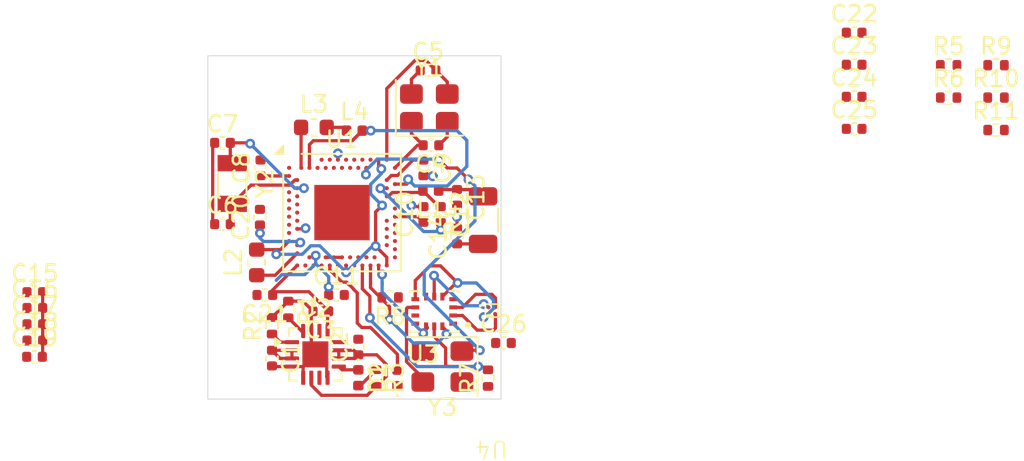
<source format=kicad_pcb>
(kicad_pcb (version 20241229) (generator "pcbnew") (generator_version "9.0")
  (layers (0 "F.Cu" signal) (2 "B.Cu" signal) (13 "F.Paste" user) (15 "B.Paste" user) (5 "F.SilkS" user "F.Silkscreen") (7 "B.SilkS" user "B.Silkscreen") (1 "F.Mask" user) (3 "B.Mask" user) (25 "Edge.Cuts" user))
  (net 0 "")
  (net 1 "VBAT")
  (net 2 "GND")
  (net 3 "VDDH")
  (net 4 "VBUS")
  (net 5 "Net-(U1-XC1)")
  (net 6 "Net-(U1-XC2)")
  (net 7 "Net-(U1-XL1{slash}P0.00)")
  (net 8 "Net-(U1-XL2{slash}P0.01)")
  (net 9 "Net-(U1-DEC1)")
  (net 10 "Net-(U1-DEC3)")
  (net 11 "Net-(U1-DEC5)")
  (net 12 "Net-(U1-DECUSB)")
  (net 13 "VSS_PA")
  (net 14 "Net-(U1-ANT)")
  (net 15 "Net-(C13-Pad1)")
  (net 16 "ANTENNA")
  (net 17 "VDD_NRF")
  (net 18 "Net-(U1-DEC4)")
  (net 19 "3V3")
  (net 20 "Net-(D1-K)")
  (net 21 "Net-(D1-A)")
  (net 22 "Net-(D2-K)")
  (net 23 "Net-(D2-A)")
  (net 24 "Net-(U1-DCCH)")
  (net 25 "Net-(U1-DCC)")
  (net 26 "Net-(L3-Pad2)")
  (net 27 "Net-(U2-ISET)")
  (net 28 "Net-(U2-TS)")
  (net 29 "SCX")
  (net 30 "SDX")
  (net 31 "SCL")
  (net 32 "SDA")
  (net 33 "CS")
  (net 34 "SDO")
  (net 42 "CLKCTL")
  (net 48 "SWD")
  (net 55 "RESET")
  (net 57 "INT1")
  (net 68 "SWC")
  (net 73 "SW0")
  (net 83 "CLK")
  (footprint "Capacitor_SMD:C_0402_1005Metric" (layer "F.Cu") (at 109.3375 92.85 90)
    (property "Reference" "C10")
    (property "Value" "820p")
  )
  (footprint "Capacitor_SMD:C_0402_1005Metric" (layer "F.Cu") (at 85.46 101.6)
    (property "Reference" "C19")
    (property "Value" "1u")
  )
  (footprint "Capacitor_SMD:C_0402_1005Metric" (layer "F.Cu") (at 135.78 87.59)
    (property "Reference" "C25")
    (property "Value" "100n")
  )
  (footprint "Resistor_SMD:R_0402_1005Metric" (layer "F.Cu") (at 106.44 102.9 -90)
    (property "Reference" "R3")
    (property "Value" "10k")
  )
  (footprint "LED_SMD:LED_0402_1005Metric" (layer "F.Cu") (at 107.74 102.9 90)
    (property "Reference" "D2")
    (property "Value" "LED_BLUE")
  )
  (footprint "QMC6309:IC_QMC6309" (layer "F.Cu") (at 113.5375 98.7625 180)
    (property "Reference" "U4")
    (property "Value" "QMC6309")
  )
  (footprint "Inductor_SMD:L_0603_1608Metric" (layer "F.Cu") (at 99.1 95.8 90)
    (property "Reference" "L2")
    (property "Value" "10u")
  )
  (footprint "Inductor_SMD:L_0402_1005Metric" (layer "F.Cu") (at 105.1 87.7)
    (property "Reference" "L4")
    (property "Value" "15n")
  )
  (footprint "Resistor_SMD:R_0402_1005Metric" (layer "F.Cu") (at 113.3 102.91 90)
    (property "Reference" "R7")
    (property "Value" "4.7k")
  )
  (footprint "Resistor_SMD:R_0402_1005Metric" (layer "F.Cu") (at 141.58 83.68)
    (property "Reference" "R5")
    (property "Value" "10k")
  )
  (footprint "Crystal:Crystal_SMD_3215-2Pin_3.2x1.5mm" (layer "F.Cu") (at 97.6 90.95 -90)
    (property "Reference" "Y2")
    (property "Value" "32.768kHz")
  )
  (footprint "Capacitor_SMD:C_0402_1005Metric" (layer "F.Cu") (at 111.4 94.18 90)
    (property "Reference" "C14")
    (property "Value" "1.5p")
  )
  (footprint "Resistor_SMD:R_0402_1005Metric" (layer "F.Cu") (at 141.58 85.67)
    (property "Reference" "R6")
    (property "Value" "10k")
  )
  (footprint "Package_DFN_QFN:VQFN-16-1EP_3x3mm_P0.5mm_EP1.6x1.6mm" (layer "F.Cu") (at 102.7025 101.45)
    (property "Reference" "U2")
    (property "Value" "BQ24075RGT")
  )
  (footprint "Capacitor_SMD:C_0402_1005Metric" (layer "F.Cu") (at 103.04 98.8 180)
    (property "Reference" "C3")
    (property "Value" "1u")
  )
  (footprint "Capacitor_SMD:C_0402_1005Metric" (layer "F.Cu") (at 85.48 99.6)
    (property "Reference" "C17")
    (property "Value" "100n")
  )
  (footprint "Capacitor_SMD:C_0402_1005Metric" (layer "F.Cu") (at 114.25 100.75)
    (property "Reference" "C26")
    (property "Value" "2.2u")
  )
  (footprint "Capacitor_SMD:C_0402_1005Metric" (layer "F.Cu") (at 99.6 97.8 180)
    (property "Reference" "C21")
    (property "Value" "4.7u")
  )
  (footprint "Capacitor_SMD:C_0402_1005Metric" (layer "F.Cu") (at 135.78 83.65)
    (property "Reference" "C23")
    (property "Value" "1u")
  )
  (footprint "Resistor_SMD:R_0402_1005Metric" (layer "F.Cu") (at 101.04 98.69 -90)
    (property "Reference" "R1")
    (property "Value" "10k")
  )
  (footprint "Capacitor_SMD:C_0402_1005Metric" (layer "F.Cu") (at 100.04 101.68 -90)
    (property "Reference" "C1")
    (property "Value" "4.7u")
  )
  (footprint "Capacitor_SMD:C_0402_1005Metric" (layer "F.Cu") (at 85.48 98.6)
    (property "Reference" "C16")
    (property "Value" "100n")
  )
  (footprint "Capacitor_SMD:C_0402_1005Metric" (layer "F.Cu") (at 104 97.8)
    (property "Reference" "C11")
    (property "Value" "4.7u")
  )
  (footprint "Capacitor_SMD:C_0402_1005Metric" (layer "F.Cu") (at 109.62 84)
    (property "Reference" "C5")
    (property "Value" "12p")
  )
  (footprint "Capacitor_SMD:C_0402_1005Metric" (layer "F.Cu") (at 110.4 92.85 -90)
    (property "Reference" "C12")
    (property "Value" "1p")
  )
  (footprint "Capacitor_SMD:C_0402_1005Metric" (layer "F.Cu") (at 99.3375 89.9875 90)
    (property "Reference" "C8")
    (property "Value" "100n")
  )
  (footprint "Resistor_SMD:R_1206_3216Metric" (layer "F.Cu") (at 113 93.2 90)
    (property "Reference" "R4")
    (property "Value" "0")
  )
  (footprint "Resistor_SMD:R_0402_1005Metric" (layer "F.Cu") (at 144.49 85.67)
    (property "Reference" "R10")
    (property "Value" "4.7k")
  )
  (footprint "Inductor_SMD:L_0402_1005Metric" (layer "F.Cu") (at 109.7875 91.3875 180)
    (property "Reference" "L1")
    (property "Value" "3.9n")
  )
  (footprint "Resistor_SMD:R_0402_1005Metric" (layer "F.Cu") (at 100.04 99.69 90)
    (property "Reference" "R2")
    (property "Value" "10k")
  )
  (footprint "Capacitor_SMD:C_0402_1005Metric" (layer "F.Cu") (at 111.4 91.8 -90)
    (property "Reference" "C13")
    (property "Value" "1p")
  )
  (footprint "Capacitor_SMD:C_0402_1005Metric" (layer "F.Cu") (at 109.8 88.6 180)
    (property "Reference" "C4")
    (property "Value" "12p")
  )
  (footprint "Capacitor_SMD:C_0402_1005Metric" (layer "F.Cu") (at 97 88.45)
    (property "Reference" "C7")
    (property "Value" "12p")
  )
  (footprint "Capacitor_SMD:C_0402_1005Metric" (layer "F.Cu") (at 85.48 97.63)
    (property "Reference" "C15")
    (property "Value" "4.7u")
  )
  (footprint "Inductor_SMD:L_0603_1608Metric" (layer "F.Cu") (at 102.6125 87.5)
    (property "Reference" "L3")
    (property "Value" "10u")
  )
  (footprint "Crystal:Crystal_SMD_3225-4Pin_3.2x2.5mm" (layer "F.Cu") (at 109.7 86.3)
    (property "Reference" "Y1")
    (property "Value" "32MHz")
  )
  (footprint "Capacitor_SMD:C_0402_1005Metric" (layer "F.Cu") (at 135.78 85.62)
    (property "Reference" "C24")
    (property "Value" "100n")
  )
  (footprint "Capacitor_SMD:C_0402_1005Metric" (layer "F.Cu") (at 109.3375 89.9875 -90)
    (property "Reference" "C9")
    (property "Value" "100p")
  )
  (footprint "Resistor_SMD:R_0402_1005Metric" (layer "F.Cu") (at 144.49 87.66)
    (property "Reference" "R11")
    (property "Value" "1k")
  )
  (footprint "Package_DFN_QFN:Nordic_AQFN-73-1EP_7x7mm_P0.5mm" (layer "F.Cu") (at 104.3375 92.7375)
    (property "Reference" "U1")
    (property "Value" "nRF52840")
  )
  (footprint "Capacitor_SMD:C_0402_1005Metric" (layer "F.Cu") (at 105.34 101 90)
    (property "Reference" "C2")
    (property "Value" "4.7u")
  )
  (footprint "Resistor_SMD:R_0402_1005Metric" (layer "F.Cu") (at 144.49 83.68)
    (property "Reference" "R9")
    (property "Value" "4.7k")
  )
  (footprint "Capacitor_SMD:C_0402_1005Metric" (layer "F.Cu") (at 135.78 81.68)
    (property "Reference" "C22")
    (property "Value" "47n")
  )
  (footprint "Capacitor_SMD:C_0402_1005Metric" (layer "F.Cu") (at 85.48 100.6)
    (property "Reference" "C18")
    (property "Value" "100n")
  )
  (footprint "ICM-45686:IC_ICM-45686" (layer "F.Cu") (at 110 98.8125 180)
    (property "Reference" "U3")
    (property "Value" "ICM-45686")
  )
  (footprint "Resistor_SMD:R_0402_1005Metric" (layer "F.Cu") (at 107.29 97.95 180)
    (property "Reference" "R8")
    (property "Value" "4.7k")
  )
  (footprint "Capacitor_SMD:C_0402_1005Metric" (layer "F.Cu") (at 99.3 93.02 90)
    (property "Reference" "C20")
    (property "Value" "4.7u")
  )
  (footprint "LED_SMD:LED_0402_1005Metric" (layer "F.Cu") (at 105.34 102.885 -90)
    (property "Reference" "D1")
    (property "Value" "LED_ORANGE")
  )
  (footprint "Capacitor_SMD:C_0402_1005Metric" (layer "F.Cu") (at 97 93.45)
    (property "Reference" "C6")
    (property "Value" "12p")
  )
  (footprint "Oscillator:Oscillator_SMD_SeikoEpson_SG8002CE-4Pin_3.2x2.5mm" (layer "F.Cu") (at 110.5 102.2 180)
    (property "Reference" "Y3")
    (property "Value" "SG-8018CE")
  )
  (gr_rect (start 96.1 83.1) (end 114.1 104.2) (stroke (width 0.05)) (fill no) (layer "Edge.Cuts"))
  (segment (start 100.54 101.7) (end 100.04 101.2) (width 0.2) (layer "F.Cu") (net 1))
  (segment (start 101.265 101.7) (end 100.54 101.7) (width 0.2) (layer "F.Cu") (net 1))
  (segment (start 101.265 101.2) (end 101.265 101.7) (width 0.2) (layer "F.Cu") (net 1))
  (segment (start 101.265 101.2) (end 100.04 101.2) (width 0.2) (layer "F.Cu") (net 1))
  (segment (start 109.3375 90.4675) (end 110.1325 90.4675) (width 0.2) (layer "F.Cu") (net 2))
  (segment (start 108.6 84.54) (end 109.14 84) (width 0.2) (layer "F.Cu") (net 2))
  (segment (start 96.399 88.571) (end 96.399 93.329) (width 0.2) (layer "F.Cu") (net 2))
  (segment (start 101.9525 102.2) (end 102.7025 101.45) (width 0.2) (layer "F.Cu") (net 2))
  (segment (start 101.04 98.18) (end 100.04 99.18) (width 0.2) (layer "F.Cu") (net 2))
  (segment (start 111.4 93) (end 111.4 92.28) (width 0.2) (layer "F.Cu") (net 2))
  (segment (start 102.4525 100.0125) (end 102.4525 98.9075) (width 0.2) (layer "F.Cu") (net 2))
  (segment (start 96.52 88.45) (end 96.399 88.571) (width 0.2) (layer "F.Cu") (net 2))
  (segment (start 110 97.9) (end 110 96.625) (width 0.2) (layer "F.Cu") (net 2))
  (segment (start 110.8 88.08) (end 110.28 88.6) (width 0.2) (layer "F.Cu") (net 2))
  (segment (start 85.96 97.63) (end 85.96 101.58) (width 0.2) (layer "F.Cu") (net 2))
  (segment (start 110.8 87.15) (end 110.8 88.08) (width 0.2) (layer "F.Cu") (net 2))
  (segment (start 85.96 101.58) (end 85.94 101.6) (width 0.2) (layer "F.Cu") (net 2))
  (segment (start 110 96.625) (end 109.9875 96.6125) (width 0.2) (layer "F.Cu") (net 2))
  (segment (start 103.4015 102.8365) (end 103.4015 102.149) (width 0.2) (layer "F.Cu") (net 2))
  (segment (start 109.9875 96.6125) (end 109.9375 96.5625) (width 0.2) (layer "F.Cu") (net 2))
  (segment (start 103.4525 102.8875) (end 103.4015 102.8365) (width 0.2) (layer "F.Cu") (net 2))
  (segment (start 102.4525 98.9075) (end 102.56 98.8) (width 0.2) (layer "F.Cu") (net 2))
  (segment (start 101.265 102.2) (end 100.08 102.2) (width 0.2) (layer "F.Cu") (net 2))
  (segment (start 102.4525 101.2) (end 102.7025 101.45) (width 0.2) (layer "F.Cu") (net 2))
  (segment (start 101.04 98.18) (end 101.94 98.18) (width 0.2) (layer "F.Cu") (net 2))
  (segment (start 101.94 98.18) (end 102.56 98.8) (width 0.2) (layer "F.Cu") (net 2))
  (segment (start 111.4 93.7) (end 111.4 93) (width 0.2) (layer "F.Cu") (net 2))
  (segment (start 100.08 102.2) (end 100.04 102.16) (width 0.2) (layer "F.Cu") (net 2))
  (segment (start 101.9525 102.8875) (end 101.9525 102.2) (width 0.2) (layer "F.Cu") (net 2))
  (segment (start 109.3375 92.37) (end 108.77 92.37) (width 0.2) (layer "F.Cu") (net 2))
  (segment (start 103.4015 102.149) (end 102.7025 101.45) (width 0.2) (layer "F.Cu") (net 2))
  (segment (start 108.6 85.45) (end 108.6 84.54) (width 0.2) (layer "F.Cu") (net 2))
  (segment (start 101.265 102.2) (end 101.9525 102.2) (width 0.2) (layer "F.Cu") (net 2))
  (segment (start 96.399 93.329) (end 96.52 93.45) (width 0.2) (layer "F.Cu") (net 2))
  (segment (start 102.4525 100.0125) (end 102.4525 101.2) (width 0.2) (layer "F.Cu") (net 2))
  (via (at 109.9875 96.6125) (size 0.6) (drill 0.3) (layers "F.Cu" "B.Cu") (net 2))
  (via (at 113.0375 98.3625) (size 0.6) (drill 0.3) (layers "F.Cu" "B.Cu") (net 2))
  (via (at 108.591818 92.295682) (size 0.6) (drill 0.3) (layers "F.Cu" "B.Cu") (net 2))
  (via (at 109.9 90.5) (size 0.6) (drill 0.3) (layers "F.Cu" "B.Cu") (net 2))
  (via (at 109.9 90.5) (size 0.6) (drill 0.3) (layers "F.Cu" "B.Cu") (net 2))
  (via (at 111.4 93) (size 0.6) (drill 0.3) (layers "F.Cu" "B.Cu") (net 2))
  (segment (start 112.5375 98.4625) (end 113.2375 98.4625) (width 0.2) (layer "B.Cu") (net 2))
  (segment (start 111.8375 98.4625) (end 112.5375 98.4625) (width 0.2) (layer "B.Cu") (net 2))
  (segment (start 109.9875 96.6125) (end 111.8375 98.4625) (width 0.2) (layer "B.Cu") (net 2))
  (segment (start 104.14 101.7) (end 105.12 101.7) (width 0.2) (layer "F.Cu") (net 3))
  (segment (start 107.061 102.07066) (end 106.47034 101.48) (width 0.2) (layer "F.Cu") (net 3))
  (segment (start 101.776237 94.575234) (end 101.776237 94.548763) (width 0.2) (layer "F.Cu") (net 3))
  (segment (start 103.077702 103.966) (end 102.4525 103.340798) (width 0.2) (layer "F.Cu") (net 3))
  (segment (start 102.4525 103.340798) (end 102.4525 102.8875) (width 0.2) (layer "F.Cu") (net 3))
  (segment (start 101.749766 94.575234) (end 101.776237 94.575234) (width 0.2) (layer "F.Cu") (net 3))
  (segment (start 106.44 103.41) (end 105.884 103.966) (width 0.2) (layer "F.Cu") (net 3))
  (segment (start 104.14 101.2) (end 104.14 101.7) (width 0.2) (layer "F.Cu") (net 3))
  (segment (start 105.06 101.2) (end 105.34 101.48) (width 0.2) (layer "F.Cu") (net 3))
  (segment (start 105.12 101.7) (end 105.34 101.48) (width 0.2) (layer "F.Cu") (net 3))
  (segment (start 101.5875 94.7375) (end 101.749766 94.575234) (width 0.2) (layer "F.Cu") (net 3))
  (segment (start 107.061 102.789) (end 107.061 102.07066) (width 0.2) (layer "F.Cu") (net 3))
  (segment (start 105.884 103.966) (end 103.077702 103.966) (width 0.2) (layer "F.Cu") (net 3))
  (segment (start 106.47034 101.48) (end 105.34 101.48) (width 0.2) (layer "F.Cu") (net 3))
  (segment (start 106.44 103.41) (end 107.061 102.789) (width 0.2) (layer "F.Cu") (net 3))
  (segment (start 104.14 101.2) (end 105.06 101.2) (width 0.2) (layer "F.Cu") (net 3))
  (via (at 101.776237 94.575234) (size 0.6) (drill 0.3) (layers "F.Cu" "B.Cu") (net 3))
  (via (at 99.3 94) (size 0.6) (drill 0.3) (layers "F.Cu" "B.Cu") (net 3))
  (segment (start 101.713503 94.5125) (end 99.5125 94.5125) (width 0.2) (layer "B.Cu") (net 3))
  (segment (start 99.5125 94.5125) (end 99.3 94.3) (width 0.2) (layer "B.Cu") (net 3))
  (segment (start 99.3 94.3) (end 99.3 94) (width 0.2) (layer "B.Cu") (net 3))
  (segment (start 101.776237 94.575234) (end 101.713503 94.5125) (width 0.2) (layer "B.Cu") (net 3))
  (segment (start 100.08 97.8) (end 100.08 97.495) (width 0.2) (layer "F.Cu") (net 4))
  (segment (start 103.4525 98.8675) (end 103.52 98.8) (width 0.2) (layer "F.Cu") (net 4))
  (segment (start 102.3 97.6) (end 103.5 98.8) (width 0.2) (layer "F.Cu") (net 4))
  (segment (start 100.08 97.8) (end 100.28 97.6) (width 0.2) (layer "F.Cu") (net 4))
  (segment (start 100.08 97.495) (end 101.5875 95.9875) (width 0.2) (layer "F.Cu") (net 4))
  (segment (start 103.4525 100.0125) (end 103.4525 98.8675) (width 0.2) (layer "F.Cu") (net 4))
  (segment (start 100.28 97.6) (end 102.3 97.6) (width 0.2) (layer "F.Cu") (net 4))
  (segment (start 103.5 98.8) (end 103.52 98.8) (width 0.2) (layer "F.Cu") (net 4))
  (segment (start 108.975 88.6) (end 109.32 88.6) (width 0.2) (layer "F.Cu") (net 5))
  (segment (start 108.6 87.15) (end 108.6 87.88) (width 0.2) (layer "F.Cu") (net 5))
  (segment (start 107.5875 89.9875) (end 108.975 88.6) (width 0.2) (layer "F.Cu") (net 5))
  (segment (start 108.6 87.88) (end 109.32 88.6) (width 0.2) (layer "F.Cu") (net 5))
  (segment (start 108.81345 83.389) (end 107.0875 85.11495) (width 0.2) (layer "F.Cu") (net 6))
  (segment (start 110.8 85.45) (end 110.8 84.7) (width 0.2) (layer "F.Cu") (net 6))
  (segment (start 110.8 84.7) (end 110.1 84) (width 0.2) (layer "F.Cu") (net 6))
  (segment (start 110.1 84) (end 109.489 83.389) (width 0.2) (layer "F.Cu") (net 6))
  (segment (start 109.489 83.389) (end 108.81345 83.389) (width 0.2) (layer "F.Cu") (net 6))
  (segment (start 107.0875 85.11495) (end 107.0875 89.4875) (width 0.2) (layer "F.Cu") (net 6))
  (segment (start 101.439955 90.7375) (end 101.128955 91.0485) (width 0.2) (layer "F.Cu") (net 7))
  (segment (start 101.128955 91.0485) (end 98.7515 91.0485) (width 0.2) (layer "F.Cu") (net 7))
  (segment (start 97.48 93.45) (end 97.48 92.32) (width 0.2) (layer "F.Cu") (net 7))
  (segment (start 98.7515 91.0485) (end 97.6 92.2) (width 0.2) (layer "F.Cu") (net 7))
  (segment (start 101.5875 90.7375) (end 101.439955 90.7375) (width 0.2) (layer "F.Cu") (net 7))
  (segment (start 97.48 92.32) (end 97.6 92.2) (width 0.2) (layer "F.Cu") (net 7))
  (segment (start 101.5875 91.2375) (end 102 91.2375) (width 0.2) (layer "F.Cu") (net 8))
  (segment (start 102.0375 91.2375) (end 102.1 91.3) (width 0.2) (layer "F.Cu") (net 8))
  (segment (start 97.48 89.58) (end 97.6 89.7) (width 0.2) (layer "F.Cu") (net 8))
  (segment (start 102 91.2375) (end 102.0375 91.2375) (width 0.2) (layer "F.Cu") (net 8))
  (segment (start 97.48 88.45) (end 98.65 88.45) (width 0.2) (layer "F.Cu") (net 8))
  (segment (start 98.65 88.45) (end 98.7 88.5) (width 0.2) (layer "F.Cu") (net 8))
  (segment (start 97.48 88.45) (end 97.48 89.58) (width 0.2) (layer "F.Cu") (net 8))
  (via (at 98.7 88.5) (size 0.6) (drill 0.3) (layers "F.Cu" "B.Cu") (net 8))
  (via (at 102 91.2375) (size 0.6) (drill 0.3) (layers "F.Cu" "B.Cu") (net 8))
  (segment (start 102 91.2375) (end 101.4375 91.2375) (width 0.2) (layer "B.Cu") (net 8))
  (segment (start 101.4375 91.2375) (end 98.7 88.5) (width 0.2) (layer "B.Cu") (net 8))
  (segment (start 99.3575 90.4875) (end 99.3375 90.4675) (width 0.2) (layer "F.Cu") (net 9))
  (segment (start 101.0875 90.4875) (end 99.3575 90.4875) (width 0.2) (layer "F.Cu") (net 9))
  (segment (start 107.3675 90.4575) (end 107.7425 90.4575) (width 0.2) (layer "F.Cu") (net 10))
  (segment (start 108.6925 89.5075) (end 109.3375 89.5075) (width 0.2) (layer "F.Cu") (net 10))
  (segment (start 107.0875 90.7375) (end 107.3675 90.4575) (width 0.2) (layer "F.Cu") (net 10))
  (segment (start 107.7425 90.4575) (end 108.6925 89.5075) (width 0.2) (layer "F.Cu") (net 10))
  (segment (start 107.5875 92.9875) (end 108.995 92.9875) (width 0.2) (layer "F.Cu") (net 11))
  (segment (start 108.995 92.9875) (end 109.3375 93.33) (width 0.2) (layer "F.Cu") (net 11))
  (via (at 103.52 97.3) (size 0.6) (drill 0.3) (layers "F.Cu" "B.Cu") (net 12))
  (via (at 102.722306 95.377209) (size 0.6) (drill 0.3) (layers "F.Cu" "B.Cu") (net 12))
  (segment (start 100.65 96.55) (end 100.3 96.9) (width 0.2) (layer "B.Cu") (net 12))
  (segment (start 102.05 96.55) (end 100.65 96.55) (width 0.2) (layer "B.Cu") (net 12))
  (segment (start 103.52 96.675388) (end 102.722306 95.877694) (width 0.2) (layer "B.Cu") (net 12))
  (segment (start 103.52 97.3) (end 103.52 96.675388) (width 0.2) (layer "B.Cu") (net 12))
  (segment (start 102.722306 95.877694) (end 102.05 96.55) (width 0.2) (layer "B.Cu") (net 12))
  (segment (start 102.722306 95.377209) (end 102.722306 95.877694) (width 0.2) (layer "B.Cu") (net 12))
  (segment (start 106.697062 91.249456) (end 106.685106 91.2375) (width 0.2) (layer "F.Cu") (net 13))
  (segment (start 107.0875 91.2375) (end 106.709018 91.2375) (width 0.2) (layer "F.Cu") (net 13))
  (segment (start 106.685106 91.2375) (end 106.5625 91.2375) (width 0.2) (layer "F.Cu") (net 13))
  (segment (start 106.709018 91.2375) (end 106.697062 91.249456) (width 0.2) (layer "F.Cu") (net 13))
  (segment (start 106.5625 91.2375) (end 106.5 91.3) (width 0.2) (layer "F.Cu") (net 13))
  (via (at 106.697062 91.249456) (size 0.6) (drill 0.3) (layers "F.Cu" "B.Cu") (net 13))
  (via (at 110.4 93.8) (size 0.6) (drill 0.3) (layers "F.Cu" "B.Cu") (net 13))
  (segment (start 106.697062 91.249456) (end 109.347606 93.9) (width 0.2) (layer "B.Cu") (net 13))
  (segment (start 109.347606 93.9) (end 110.4 93.9) (width 0.2) (layer "B.Cu") (net 13))
  (segment (start 107.0875 91.7375) (end 107.189955 91.7375) (width 0.2) (layer "F.Cu") (net 14))
  (segment (start 110.25 92.3) (end 110.215 92.3) (width 0.2) (layer "F.Cu") (net 14))
  (segment (start 110.215 92.3) (end 109.3025 91.3875) (width 0.2) (layer "F.Cu") (net 14))
  (segment (start 107.427455 91.5) (end 109.19 91.5) (width 0.2) (layer "F.Cu") (net 14))
  (segment (start 107.189955 91.7375) (end 107.427455 91.5) (width 0.2) (layer "F.Cu") (net 14))
  (segment (start 109.19 91.5) (end 109.3025 91.3875) (width 0.2) (layer "F.Cu") (net 14))
  (segment (start 111.4 91.32) (end 112.5825 91.32) (width 0.2) (layer "F.Cu") (net 15))
  (segment (start 111.4 91.32) (end 110.34 91.32) (width 0.2) (layer "F.Cu") (net 15))
  (segment (start 112.5825 91.32) (end 113 91.7375) (width 0.2) (layer "F.Cu") (net 15))
  (segment (start 110.34 91.32) (end 110.2725 91.3875) (width 0.2) (layer "F.Cu") (net 15))
  (segment (start 113 94.6625) (end 111.4025 94.6625) (width 0.2) (layer "F.Cu") (net 16))
  (segment (start 111.4025 94.6625) (end 111.4 94.66) (width 0.2) (layer "F.Cu") (net 16))
  (segment (start 107.0875 95.4875) (end 106.5 94.9) (width 0.2) (layer "F.Cu") (net 17))
  (segment (start 106.749972 90.050028) (end 106.8 90.100057) (width 0.2) (layer "F.Cu") (net 17))
  (segment (start 104.5875 95.9875) (end 104.5875 96.4125) (width 0.2) (layer "F.Cu") (net 17))
  (segment (start 107.0875 95.9875) (end 107.0875 95.4875) (width 0.2) (layer "F.Cu") (net 17))
  (segment (start 106.8 92.3) (end 106.4 92.7) (width 0.2) (layer "F.Cu") (net 17))
  (segment (start 106.4 92.7) (end 106.4 94.8) (width 0.2) (layer "F.Cu") (net 17))
  (segment (start 106.5875 89.4875) (end 106.5875 89.887557) (width 0.2) (layer "F.Cu") (net 17))
  (segment (start 106.5875 89.887557) (end 106.749972 90.050028) (width 0.2) (layer "F.Cu") (net 17))
  (segment (start 100.5625 95.0125) (end 101.0875 94.4875) (width 0.2) (layer "F.Cu") (net 17))
  (segment (start 99.1 95.0125) (end 100.5625 95.0125) (width 0.2) (layer "F.Cu") (net 17))
  (segment (start 104.5875 96.4125) (end 104.5 96.5) (width 0.2) (layer "F.Cu") (net 17))
  (via (at 100.3 95.3) (size 0.6) (drill 0.3) (layers "F.Cu" "B.Cu") (net 17))
  (via (at 106.8 92.3) (size 0.6) (drill 0.3) (layers "F.Cu" "B.Cu") (net 17))
  (via (at 104.5875 96.4125) (size 0.6) (drill 0.3) (layers "F.Cu" "B.Cu") (net 17))
  (via (at 106.4 94.8) (size 0.6) (drill 0.3) (layers "F.Cu" "B.Cu") (net 17))
  (via (at 106.749972 90.050028) (size 0.6) (drill 0.3) (layers "F.Cu" "B.Cu") (net 17))
  (segment (start 106.096062 91.2) (end 106.096062 91.596062) (width 0.2) (layer "B.Cu") (net 17))
  (segment (start 101.9 95.3) (end 102.423791 94.776209) (width 0.2) (layer "B.Cu") (net 17))
  (segment (start 102.423791 94.776209) (end 102.971249 94.776209) (width 0.2) (layer "B.Cu") (net 17))
  (segment (start 106.096062 91.000513) (end 106.096062 91.2) (width 0.2) (layer "B.Cu") (net 17))
  (segment (start 106.749972 90.050028) (end 106.749972 90.346603) (width 0.2) (layer "B.Cu") (net 17))
  (segment (start 104.5875 96.39246) (end 104.5875 96.4125) (width 0.2) (layer "B.Cu") (net 17))
  (segment (start 104.5875 96.4125) (end 106.2 94.8) (width 0.2) (layer "B.Cu") (net 17))
  (segment (start 106.749972 90.346603) (end 106.096062 91.000513) (width 0.2) (layer "B.Cu") (net 17))
  (segment (start 106.2 94.8) (end 106.4 94.8) (width 0.2) (layer "B.Cu") (net 17))
  (segment (start 106.096062 91.596062) (end 106.8 92.3) (width 0.2) (layer "B.Cu") (net 17))
  (segment (start 102.971249 94.776209) (end 104.5875 96.39246) (width 0.2) (layer "B.Cu") (net 17))
  (segment (start 106.8 92.3) (end 107 92.3) (width 0.2) (layer "B.Cu") (net 17))
  (segment (start 100.3 95.3) (end 101.9 95.3) (width 0.2) (layer "B.Cu") (net 17))
  (segment (start 108.3125 90.9875) (end 108.4 90.9) (width 0.2) (layer "F.Cu") (net 18))
  (segment (start 104.964 88.321) (end 105.2925 87.9925) (width 0.2) (layer "F.Cu") (net 18))
  (segment (start 107.5875 90.9875) (end 108.3125 90.9875) (width 0.2) (layer "F.Cu") (net 18))
  (segment (start 102.579 88.321) (end 104.964 88.321) (width 0.2) (layer "F.Cu") (net 18))
  (segment (start 102.3375 88.5625) (end 102.579 88.321) (width 0.2) (layer "F.Cu") (net 18))
  (segment (start 105.585 87.7) (end 104.964 88.321) (width 0.2) (layer "F.Cu") (net 18))
  (segment (start 102.3375 89.9875) (end 102.3375 88.5625) (width 0.2) (layer "F.Cu") (net 18))
  (segment (start 108.4 90.9) (end 108.4 90.6) (width 0.2) (layer "F.Cu") (net 18))
  (via (at 108.4 90.7) (size 0.6) (drill 0.3) (layers "F.Cu" "B.Cu") (net 18))
  (via (at 108.4 90.7) (size 0.6) (drill 0.3) (layers "F.Cu" "B.Cu") (net 18))
  (via (at 108.4 90.7) (size 0.6) (drill 0.3) (layers "F.Cu" "B.Cu") (net 18))
  (via (at 106.1 87.7) (size 0.6) (drill 0.3) (layers "F.Cu" "B.Cu") (net 18))
  (via (at 108.4 90.7) (size 0.6) (drill 0.3) (layers "F.Cu" "B.Cu") (net 18))
  (segment (start 108.801 91.101) (end 110.799 91.101) (width 0.2) (layer "B.Cu") (net 18))
  (segment (start 108.4 90.7) (end 108.801 91.101) (width 0.2) (layer "B.Cu") (net 18))
  (segment (start 112 88.3) (end 111.4 87.7) (width 0.2) (layer "B.Cu") (net 18))
  (segment (start 106.1 87.7) (end 105.9 87.7) (width 0.2) (layer "B.Cu") (net 18))
  (segment (start 112 89.9) (end 112 88.3) (width 0.2) (layer "B.Cu") (net 18))
  (segment (start 111.4 87.7) (end 106.1 87.7) (width 0.2) (layer "B.Cu") (net 18))
  (segment (start 110.799 91.101) (end 112 89.9) (width 0.2) (layer "B.Cu") (net 18))
  (segment (start 111.4375 97.0625) (end 110.3865 96.0115) (width 0.2) (layer "F.Cu") (net 19))
  (segment (start 109.738557 96.0115) (end 108.8375 96.912557) (width 0.2) (layer "F.Cu") (net 19))
  (segment (start 108.8375 96.912557) (end 108.8375 98.0625) (width 0.2) (layer "F.Cu") (net 19))
  (segment (start 110.3865 96.0115) (end 109.738557 96.0115) (width 0.2) (layer "F.Cu") (net 19))
  (segment (start 110.5 97.9) (end 111.3375 97.0625) (width 0.2) (layer "F.Cu") (net 19))
  (segment (start 111.3375 97.0625) (end 111.4375 97.0625) (width 0.2) (layer "F.Cu") (net 19))
  (via (at 113.0375 99.1625) (size 0.6) (drill 0.3) (layers "F.Cu" "B.Cu") (net 19))
  (via (at 111.4375 97.0625) (size 0.6) (drill 0.3) (layers "F.Cu" "B.Cu") (net 19))
  (segment (start 113.6385 98.6286) (end 113.1046 99.1625) (width 0.2) (layer "B.Cu") (net 19))
  (segment (start 113.6385 98.113557) (end 113.6385 98.6286) (width 0.2) (layer "B.Cu") (net 19))
  (segment (start 112.587443 97.0625) (end 113.6385 98.113557) (width 0.2) (layer "B.Cu") (net 19))
  (segment (start 113.1046 99.1625) (end 113.0375 99.1625) (width 0.2) (layer "B.Cu") (net 19))
  (segment (start 111.4375 97.0625) (end 112.587443 97.0625) (width 0.2) (layer "B.Cu") (net 19))
  (segment (start 105.34 102.4) (end 104.34 102.4) (width 0.2) (layer "F.Cu") (net 20))
  (segment (start 104.34 102.4) (end 104.14 102.2) (width 0.2) (layer "F.Cu") (net 20))
  (segment (start 105.34 103.37) (end 105.46 103.37) (width 0.2) (layer "F.Cu") (net 21))
  (segment (start 105.46 103.37) (end 106.44 102.39) (width 0.2) (layer "F.Cu") (net 21))
  (segment (start 105.55 99.8) (end 106.09 99.8) (width 0.2) (layer "F.Cu") (net 23))
  (segment (start 105.061 97.461) (end 105.061 97.44345) (width 0.2) (layer "F.Cu") (net 23))
  (segment (start 106.09 99.8) (end 107.74 101.45) (width 0.2) (layer "F.Cu") (net 23))
  (segment (start 104.80655 97.189) (end 104.789 97.189) (width 0.2) (layer "F.Cu") (net 23))
  (segment (start 105.275 97.675) (end 105.275 99.525) (width 0.2) (layer "F.Cu") (net 23))
  (segment (start 104.789 97.189) (end 104.6135 97.0135) (width 0.2) (layer "F.Cu") (net 23))
  (segment (start 104.338557 97.0135) (end 103.5875 96.262443) (width 0.2) (layer "F.Cu") (net 23))
  (segment (start 107.8075 102.3475) (end 107.74 102.415) (width 0.2) (layer "F.Cu") (net 23))
  (segment (start 107.74 102.415) (end 107.74 101.45) (width 0.2) (layer "F.Cu") (net 23))
  (segment (start 104.6135 97.0135) (end 104.338557 97.0135) (width 0.2) (layer "F.Cu") (net 23))
  (segment (start 105.275 97.675) (end 105.061 97.461) (width 0.2) (layer "F.Cu") (net 23))
  (segment (start 105.061 97.44345) (end 104.80655 97.189) (width 0.2) (layer "F.Cu") (net 23))
  (segment (start 105.275 99.525) (end 105.55 99.8) (width 0.2) (layer "F.Cu") (net 23))
  (segment (start 103.5875 96.262443) (end 103.5875 95.9875) (width 0.2) (layer "F.Cu") (net 23))
  (segment (start 101.5875 95.2375) (end 100.2375 96.5875) (width 0.2) (layer "F.Cu") (net 24))
  (segment (start 100.2375 96.5875) (end 99.1 96.5875) (width 0.2) (layer "F.Cu") (net 24))
  (segment (start 101.825 87.5) (end 101.825 89.975) (width 0.2) (layer "F.Cu") (net 25))
  (segment (start 101.825 89.975) (end 101.8375 89.9875) (width 0.2) (layer "F.Cu") (net 25))
  (segment (start 103.4 87.5) (end 104.415 87.5) (width 0.2) (layer "F.Cu") (net 26))
  (segment (start 104.415 87.5) (end 104.615 87.7) (width 0.2) (layer "F.Cu") (net 26))
  (segment (start 101.8525 100.0125) (end 101.04 99.2) (width 0.2) (layer "F.Cu") (net 27))
  (segment (start 101.9525 100.0125) (end 101.8525 100.0125) (width 0.2) (layer "F.Cu") (net 27))
  (segment (start 101.265 100.7) (end 100.54 100.7) (width 0.2) (layer "F.Cu") (net 28))
  (segment (start 100.54 100.7) (end 100.04 100.2) (width 0.2) (layer "F.Cu") (net 28))
  (segment (start 111.7375 98.5625) (end 112.5375 97.7625) (width 0.2) (layer "F.Cu") (net 29))
  (segment (start 113.7585 97.9835) (end 113.7585 98.5415) (width 0.2) (layer "F.Cu") (net 29))
  (segment (start 113.5375 97.7625) (end 113.7585 97.9835) (width 0.2) (layer "F.Cu") (net 29))
  (segment (start 112.5375 97.7625) (end 113.5375 97.7625) (width 0.2) (layer "F.Cu") (net 29))
  (segment (start 111.1625 98.5625) (end 111.7375 98.5625) (width 0.2) (layer "F.Cu") (net 29))
  (segment (start 111.1625 99.0625) (end 111.7375 99.0625) (width 0.2) (layer "F.Cu") (net 30))
  (segment (start 112.6375 99.9625) (end 113.6375 99.9625) (width 0.2) (layer "F.Cu") (net 30))
  (segment (start 113.6375 99.9625) (end 113.7585 99.8415) (width 0.2) (layer "F.Cu") (net 30))
  (segment (start 113.7585 99.8415) (end 113.7585 98.9835) (width 0.2) (layer "F.Cu") (net 30))
  (segment (start 111.7375 99.0625) (end 112.6375 99.9625) (width 0.2) (layer "F.Cu") (net 30))
  (segment (start 112.7 102.2) (end 112.95 102.2) (width 0.2) (layer "F.Cu") (net 31))
  (segment (start 110 100.36384) (end 110.699 101.06284) (width 0.2) (layer "F.Cu") (net 31))
  (segment (start 105.5875 95.9875) (end 105.5875 97.4204) (width 0.2) (layer "F.Cu") (net 31))
  (segment (start 106.05 97.8829) (end 106.05 99.25) (width 0.2) (layer "F.Cu") (net 31))
  (segment (start 105.5875 97.4204) (end 106.05 97.8829) (width 0.2) (layer "F.Cu") (net 31))
  (segment (start 110.699 102.099) (end 110.8 102.2) (width 0.2) (layer "F.Cu") (net 31))
  (segment (start 110 99.725) (end 110 100.36384) (width 0.2) (layer "F.Cu") (net 31))
  (segment (start 110.8 102.2) (end 112.7 102.2) (width 0.2) (layer "F.Cu") (net 31))
  (segment (start 110.699 101.06284) (end 110.699 102.099) (width 0.2) (layer "F.Cu") (net 31))
  (via (at 112.7 102.2) (size 0.6) (drill 0.3) (layers "F.Cu" "B.Cu") (net 31))
  (via (at 106.05 99.2) (size 0.6) (drill 0.3) (layers "F.Cu" "B.Cu") (net 31))
  (segment (start 108.95 102.2) (end 106.05 99.3) (width 0.2) (layer "B.Cu") (net 31))
  (segment (start 112.7 102.2) (end 108.95 102.2) (width 0.2) (layer "B.Cu") (net 31))
  (segment (start 110.5 99.75) (end 110.9 100.15) (width 0.2) (layer "F.Cu") (net 32))
  (segment (start 107.25 98.5158) (end 107.25 99.3) (width 0.2) (layer "F.Cu") (net 32))
  (segment (start 106.0875 97.3533) (end 107.25 98.5158) (width 0.2) (layer "F.Cu") (net 32))
  (segment (start 106.0875 95.9875) (end 106.0875 97.3533) (width 0.2) (layer "F.Cu") (net 32))
  (segment (start 110.5 99.725) (end 110.5 99.75) (width 0.2) (layer "F.Cu") (net 32))
  (segment (start 107.25 99.3) (end 107.25 99.35) (width 0.2) (layer "F.Cu") (net 32))
  (via (at 110.75 100.2) (size 0.6) (drill 0.3) (layers "F.Cu" "B.Cu") (net 32))
  (via (at 107.25 99.3) (size 0.6) (drill 0.3) (layers "F.Cu" "B.Cu") (net 32))
  (segment (start 108.701 100.751) (end 107.25 99.3) (width 0.2) (layer "B.Cu") (net 32))
  (segment (start 110.75 100.2) (end 110.199 100.751) (width 0.2) (layer "B.Cu") (net 32))
  (segment (start 110.199 100.751) (end 108.701 100.751) (width 0.2) (layer "B.Cu") (net 32))
  (segment (start 109.574 99.799) (end 109.574 99.826) (width 0.2) (layer "F.Cu") (net 33))
  (segment (start 109.574 99.826) (end 109.2 100.2) (width 0.2) (layer "F.Cu") (net 33))
  (segment (start 106.5875 96.328986) (end 106.5875 95.9875) (width 0.2) (layer "F.Cu") (net 33))
  (segment (start 109.5 99.725) (end 109.574 99.799) (width 0.2) (layer "F.Cu") (net 33))
  (segment (start 106.801996 96.543482) (end 106.5875 96.328986) (width 0.2) (layer "F.Cu") (net 33))
  (via (at 106.801996 96.543482) (size 0.6) (drill 0.3) (layers "F.Cu" "B.Cu") (net 33))
  (via (at 109.325 100.15) (size 0.6) (drill 0.3) (layers "F.Cu" "B.Cu") (net 33))
  (segment (start 106.8 96.545478) (end 106.8 97.05) (width 0.2) (layer "B.Cu") (net 33))
  (segment (start 106.8 97.625) (end 106.8 97.05) (width 0.2) (layer "B.Cu") (net 33))
  (segment (start 106.801996 96.543482) (end 106.8 96.545478) (width 0.2) (layer "B.Cu") (net 33))
  (segment (start 109.325 100.15) (end 106.8 97.625) (width 0.2) (layer "B.Cu") (net 33))
  (segment (start 106.8 97.05) (end 106.8 97.2) (width 0.2) (layer "B.Cu") (net 33))
  (segment (start 101.5875 93.7375) (end 102.0625 93.7375) (width 0.2) (layer "F.Cu") (net 34))
  (segment (start 102.0625 93.7375) (end 102.1 93.7) (width 0.2) (layer "F.Cu") (net 34))
  (via (at 102.1 93.7) (size 0.6) (drill 0.3) (layers "F.Cu" "B.Cu") (net 34))
  (segment (start 112.1 90.7) (end 111.4 90) (width 0.2) (layer "F.Cu") (net 42))
  (segment (start 110.8 90) (end 110.3 89.5) (width 0.2) (layer "F.Cu") (net 42))
  (segment (start 105.8375 89.9875) (end 105.803937 90.021063) (width 0.2) (layer "F.Cu") (net 42))
  (segment (start 105.803937 90.021063) (end 105.803937 90.403511) (width 0.2) (layer "F.Cu") (net 42))
  (segment (start 112.8 101.2) (end 111.7 101.2) (width 0.2) (layer "F.Cu") (net 42))
  (segment (start 111.4 90) (end 110.8 90) (width 0.2) (layer "F.Cu") (net 42))
  (via (at 112.8 101.2) (size 0.6) (drill 0.3) (layers "F.Cu" "B.Cu") (net 42))
  (via (at 110.3 89.5) (size 0.6) (drill 0.3) (layers "F.Cu" "B.Cu") (net 42))
  (via (at 105.803937 90.403511) (size 0.6) (drill 0.3) (layers "F.Cu" "B.Cu") (net 42))
  (via (at 112.1 90.7) (size 0.6) (drill 0.3) (layers "F.Cu" "B.Cu") (net 42))
  (segment (start 112.5 91.1) (end 112.1 90.7) (width 0.2) (layer "B.Cu") (net 42))
  (segment (start 109.3865 97.7865) (end 109.3865 96.363557) (width 0.2) (layer "B.Cu") (net 42))
  (segment (start 112.5 93.250058) (end 112.5 91.1) (width 0.2) (layer "B.Cu") (net 42))
  (segment (start 112.8 101.2) (end 109.3865 97.7865) (width 0.2) (layer "B.Cu") (net 42))
  (segment (start 111.025029 94.725029) (end 111.125029 94.625028) (width 0.2) (layer "B.Cu") (net 42))
  (segment (start 111.025029 94.725029) (end 112.5 93.250058) (width 0.2) (layer "B.Cu") (net 42))
  (segment (start 109.3865 96.363557) (end 111.025029 94.725029) (width 0.2) (layer "B.Cu") (net 42))
  (segment (start 106.501029 89.449028) (end 105.803937 90.14612) (width 0.2) (layer "B.Cu") (net 42))
  (segment (start 110.249028 89.449028) (end 106.501029 89.449028) (width 0.2) (layer "B.Cu") (net 42))
  (segment (start 105.803937 90.14612) (end 105.803937 90.403511) (width 0.2) (layer "B.Cu") (net 42))
  (segment (start 104.3375 95.4875) (end 103.3375 95.4875) (width 0.2) (layer "F.Cu") (net 55))
  (segment (start 104.0875 88.9125) (end 104.1 88.9) (width 0.2) (layer "F.Cu") (net 57))
  (segment (start 104.0875 89.4875) (end 104.0875 89.1) (width 0.2) (layer "F.Cu") (net 57))
  (segment (start 104.0875 89.1) (end 104.0875 88.9125) (width 0.2) (layer "F.Cu") (net 57))
  (via (at 104.0875 89.1) (size 0.6) (drill 0.3) (layers "F.Cu" "B.Cu") (net 57))
  (segment (start 108.299 101.899) (end 108.299 98.6365) (width 0.2) (layer "F.Cu") (net 83))
  (segment (start 109.3 102.9) (end 108.299 101.899) (width 0.2) (layer "F.Cu") (net 83))
  (segment (start 108.299 98.6365) (end 108.373 98.5625) (width 0.2) (layer "F.Cu") (net 83))
  (segment (start 109.3 103.1) (end 109.3 102.9) (width 0.2) (layer "F.Cu") (net 83))
  (segment (start 108.373 98.5625) (end 108.8375 98.5625) (width 0.2) (layer "F.Cu") (net 83))
)
</source>
